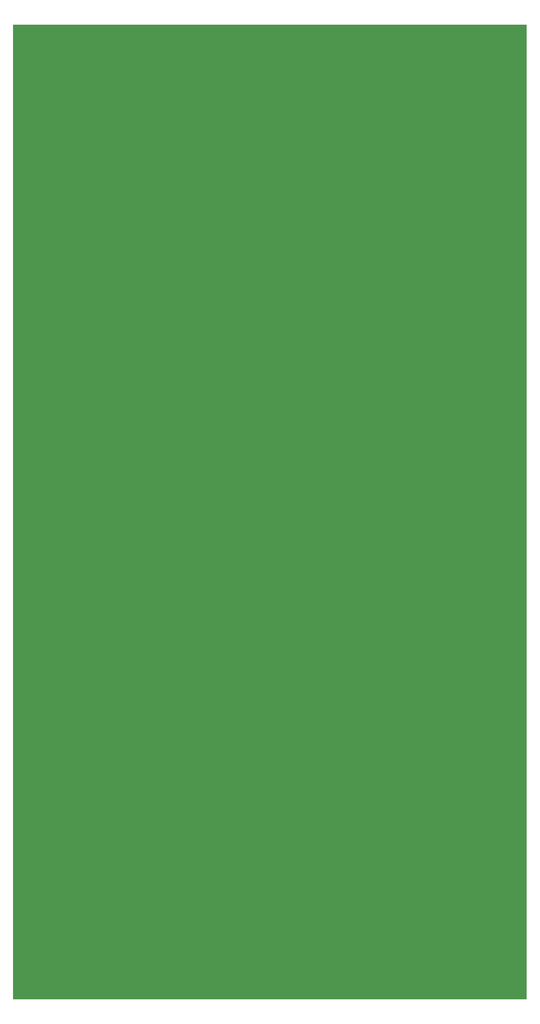
<source format=gbr>
G04 DipTrace 2.4.0.2*
%INBoard.gbr*%
%MOMM*%
%ADD11C,0.14*%
%FSLAX53Y53*%
G04*
G71*
G90*
G75*
G01*
%LNBoardPoly*%
%LPD*%
G36*
X3333Y212000D2*
D11*
Y-28733D1*
X130333D1*
Y212000D1*
X3333D1*
G37*
M02*

</source>
